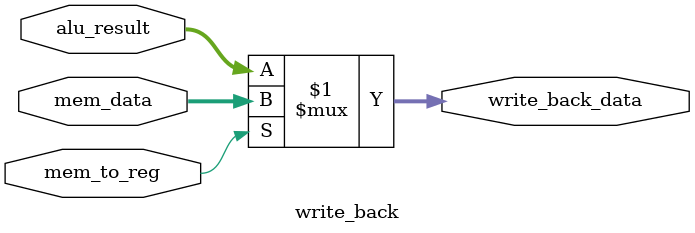
<source format=v>
module write_back(
    input [31:0] alu_result,     // From EX/MEM or MEM/WB
    input [31:0] mem_data,       // Data read from memory
    input mem_to_reg,            // Control signal: 1 = mem_data, 0 = alu_result
    output [31:0] write_back_data // Final data to write to register
);

assign write_back_data = (mem_to_reg) ? mem_data : alu_result;

endmodule

</source>
